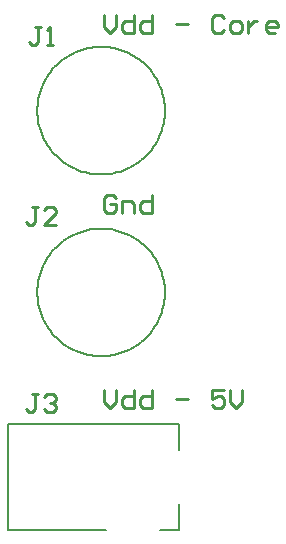
<source format=gto>
G04*
G04 #@! TF.GenerationSoftware,Altium Limited,Altium Designer,24.1.2 (44)*
G04*
G04 Layer_Color=65535*
%FSLAX25Y25*%
%MOIN*%
G70*
G04*
G04 #@! TF.SameCoordinates,70FD0B9D-AE47-40E7-AF1A-83360670B04A*
G04*
G04*
G04 #@! TF.FilePolarity,Positive*
G04*
G01*
G75*
%ADD10C,0.00787*%
%ADD11C,0.01000*%
D10*
X53760Y381936D02*
X53737Y382933D01*
X53666Y383927D01*
X53550Y384917D01*
X53387Y385900D01*
X53178Y386875D01*
X52924Y387839D01*
X52625Y388790D01*
X52281Y389725D01*
X51895Y390644D01*
X51465Y391544D01*
X50994Y392422D01*
X50482Y393277D01*
X49931Y394108D01*
X49341Y394911D01*
X48715Y395687D01*
X48052Y396431D01*
X47356Y397145D01*
X46627Y397824D01*
X45866Y398469D01*
X45077Y399077D01*
X44260Y399648D01*
X43416Y400179D01*
X42549Y400671D01*
X41660Y401122D01*
X40751Y401530D01*
X39823Y401895D01*
X38880Y402216D01*
X37922Y402493D01*
X36953Y402725D01*
X35973Y402911D01*
X34986Y403050D01*
X33994Y403144D01*
X32998Y403190D01*
X32002D01*
X31006Y403144D01*
X30013Y403050D01*
X29027Y402911D01*
X28047Y402725D01*
X27078Y402493D01*
X26120Y402216D01*
X25177Y401895D01*
X24249Y401530D01*
X23340Y401122D01*
X22451Y400671D01*
X21584Y400179D01*
X20741Y399648D01*
X19923Y399077D01*
X19134Y398469D01*
X18373Y397824D01*
X17644Y397145D01*
X16948Y396431D01*
X16285Y395687D01*
X15659Y394911D01*
X15069Y394108D01*
X14518Y393277D01*
X14006Y392422D01*
X13535Y391544D01*
X13105Y390644D01*
X12718Y389725D01*
X12375Y388790D01*
X12076Y387839D01*
X11822Y386875D01*
X11613Y385900D01*
X11450Y384917D01*
X11334Y383927D01*
X11264Y382933D01*
X11240Y381936D01*
X11264Y380940D01*
X11334Y379945D01*
X11450Y378956D01*
X11613Y377972D01*
X11822Y376997D01*
X12076Y376034D01*
X12375Y375083D01*
X12719Y374147D01*
X13105Y373229D01*
X13535Y372329D01*
X14006Y371451D01*
X14518Y370595D01*
X15069Y369765D01*
X15659Y368961D01*
X16285Y368186D01*
X16948Y367441D01*
X17644Y366728D01*
X18373Y366049D01*
X19134Y365404D01*
X19923Y364795D01*
X20741Y364225D01*
X21584Y363693D01*
X22451Y363201D01*
X23340Y362751D01*
X24249Y362343D01*
X25177Y361978D01*
X26120Y361656D01*
X27078Y361380D01*
X28047Y361148D01*
X29027Y360962D01*
X30014Y360822D01*
X31006Y360729D01*
X32002Y360682D01*
X32998D01*
X33994Y360729D01*
X34986Y360822D01*
X35973Y360962D01*
X36953Y361148D01*
X37922Y361380D01*
X38880Y361656D01*
X39823Y361978D01*
X40751Y362343D01*
X41660Y362751D01*
X42549Y363201D01*
X43416Y363693D01*
X44259Y364225D01*
X45077Y364795D01*
X45866Y365404D01*
X46626Y366049D01*
X47356Y366728D01*
X48052Y367441D01*
X48715Y368186D01*
X49341Y368961D01*
X49931Y369765D01*
X50482Y370595D01*
X50994Y371450D01*
X51465Y372329D01*
X51895Y373228D01*
X52281Y374147D01*
X52625Y375083D01*
X52924Y376034D01*
X53178Y376997D01*
X53387Y377972D01*
X53550Y378956D01*
X53666Y379945D01*
X53737Y380940D01*
X53760Y381936D01*
Y442500D02*
X53737Y443497D01*
X53666Y444491D01*
X53550Y445481D01*
X53387Y446464D01*
X53178Y447439D01*
X52924Y448403D01*
X52625Y449353D01*
X52281Y450289D01*
X51895Y451208D01*
X51465Y452107D01*
X50994Y452986D01*
X50482Y453841D01*
X49931Y454671D01*
X49341Y455475D01*
X48715Y456250D01*
X48052Y456995D01*
X47356Y457708D01*
X46627Y458388D01*
X45866Y459032D01*
X45077Y459641D01*
X44260Y460211D01*
X43416Y460743D01*
X42549Y461235D01*
X41660Y461685D01*
X40751Y462093D01*
X39823Y462459D01*
X38880Y462780D01*
X37922Y463057D01*
X36953Y463288D01*
X35973Y463474D01*
X34986Y463614D01*
X33994Y463707D01*
X32998Y463754D01*
X32002D01*
X31006Y463707D01*
X30013Y463614D01*
X29027Y463474D01*
X28047Y463288D01*
X27078Y463057D01*
X26120Y462780D01*
X25177Y462459D01*
X24249Y462093D01*
X23340Y461685D01*
X22451Y461235D01*
X21584Y460743D01*
X20741Y460211D01*
X19923Y459641D01*
X19134Y459032D01*
X18373Y458388D01*
X17644Y457708D01*
X16948Y456995D01*
X16285Y456250D01*
X15659Y455475D01*
X15069Y454671D01*
X14518Y453841D01*
X14006Y452986D01*
X13535Y452107D01*
X13105Y451208D01*
X12718Y450289D01*
X12375Y449353D01*
X12076Y448403D01*
X11822Y447439D01*
X11613Y446464D01*
X11450Y445481D01*
X11334Y444491D01*
X11264Y443497D01*
X11240Y442500D01*
X11264Y441503D01*
X11334Y440509D01*
X11450Y439519D01*
X11613Y438536D01*
X11822Y437561D01*
X12076Y436597D01*
X12375Y435647D01*
X12719Y434711D01*
X13105Y433792D01*
X13535Y432893D01*
X14006Y432014D01*
X14518Y431159D01*
X15069Y430329D01*
X15659Y429525D01*
X16285Y428750D01*
X16948Y428005D01*
X17644Y427292D01*
X18373Y426612D01*
X19134Y425968D01*
X19923Y425359D01*
X20741Y424789D01*
X21584Y424257D01*
X22451Y423765D01*
X23340Y423315D01*
X24249Y422906D01*
X25177Y422541D01*
X26120Y422220D01*
X27078Y421943D01*
X28047Y421712D01*
X29027Y421526D01*
X30014Y421386D01*
X31006Y421293D01*
X32002Y421246D01*
X32998D01*
X33994Y421293D01*
X34986Y421386D01*
X35973Y421526D01*
X36953Y421712D01*
X37922Y421943D01*
X38880Y422220D01*
X39823Y422541D01*
X40751Y422906D01*
X41660Y423315D01*
X42549Y423765D01*
X43416Y424257D01*
X44259Y424789D01*
X45077Y425359D01*
X45866Y425968D01*
X46626Y426612D01*
X47356Y427292D01*
X48052Y428005D01*
X48715Y428750D01*
X49341Y429525D01*
X49931Y430329D01*
X50482Y431159D01*
X50994Y432014D01*
X51465Y432893D01*
X51895Y433792D01*
X52281Y434711D01*
X52625Y435646D01*
X52924Y436597D01*
X53178Y437561D01*
X53387Y438536D01*
X53550Y439519D01*
X53666Y440509D01*
X53737Y441503D01*
X53760Y442500D01*
X1457Y338216D02*
X58543D01*
X1457Y302783D02*
Y338216D01*
X58543Y329555D02*
Y338216D01*
Y302783D02*
Y311445D01*
X1457Y302783D02*
X34134D01*
X52244D02*
X58543D01*
D11*
X33500Y349498D02*
Y345499D01*
X35499Y343500D01*
X37499Y345499D01*
Y349498D01*
X43497D02*
Y343500D01*
X40498D01*
X39498Y344500D01*
Y346499D01*
X40498Y347499D01*
X43497D01*
X49495Y349498D02*
Y343500D01*
X46496D01*
X45496Y344500D01*
Y346499D01*
X46496Y347499D01*
X49495D01*
X57492Y346499D02*
X61491D01*
X73487Y349498D02*
X69488D01*
Y346499D01*
X71488Y347499D01*
X72487D01*
X73487Y346499D01*
Y344500D01*
X72487Y343500D01*
X70488D01*
X69488Y344500D01*
X75486Y349498D02*
Y345499D01*
X77486Y343500D01*
X79485Y345499D01*
Y349498D01*
X11490Y347996D02*
X9491Y347989D01*
X10490Y347992D01*
X10508Y342994D01*
X9511Y341991D01*
X8512Y341987D01*
X7508Y342984D01*
X13493Y347003D02*
X14489Y348006D01*
X16488Y348013D01*
X17492Y347016D01*
X17495Y346017D01*
X16499Y345014D01*
X15499Y345010D01*
X16499Y345014D01*
X17502Y344017D01*
X17505Y343018D01*
X16509Y342015D01*
X14510Y342008D01*
X13507Y343004D01*
X37499Y413498D02*
X36499Y414498D01*
X34500D01*
X33500Y413498D01*
Y409500D01*
X34500Y408500D01*
X36499D01*
X37499Y409500D01*
Y411499D01*
X35499D01*
X39498Y408500D02*
Y412499D01*
X42497D01*
X43497Y411499D01*
Y408500D01*
X49495Y414498D02*
Y408500D01*
X46496D01*
X45496Y409500D01*
Y411499D01*
X46496Y412499D01*
X49495D01*
X33500Y474498D02*
Y470499D01*
X35499Y468500D01*
X37499Y470499D01*
Y474498D01*
X43497D02*
Y468500D01*
X40498D01*
X39498Y469500D01*
Y471499D01*
X40498Y472499D01*
X43497D01*
X49495Y474498D02*
Y468500D01*
X46496D01*
X45496Y469500D01*
Y471499D01*
X46496Y472499D01*
X49495D01*
X57492Y471499D02*
X61491D01*
X73487Y473498D02*
X72487Y474498D01*
X70488D01*
X69488Y473498D01*
Y469500D01*
X70488Y468500D01*
X72487D01*
X73487Y469500D01*
X76486Y468500D02*
X78486D01*
X79485Y469500D01*
Y471499D01*
X78486Y472499D01*
X76486D01*
X75486Y471499D01*
Y469500D01*
X76486Y468500D01*
X81485Y472499D02*
Y468500D01*
Y470499D01*
X82484Y471499D01*
X83484Y472499D01*
X84483D01*
X90482Y468500D02*
X88482D01*
X87483Y469500D01*
Y471499D01*
X88482Y472499D01*
X90482D01*
X91481Y471499D01*
Y470499D01*
X87483D01*
X11500Y410499D02*
X9501D01*
X10501D01*
Y405501D01*
X9501Y404501D01*
X8501D01*
X7502Y405501D01*
X17498Y404501D02*
X13500D01*
X17498Y408500D01*
Y409499D01*
X16499Y410499D01*
X14499D01*
X13500Y409499D01*
X12500Y470499D02*
X10501D01*
X11500D01*
Y465501D01*
X10501Y464501D01*
X9501D01*
X8501Y465501D01*
X14499Y464501D02*
X16499D01*
X15499D01*
Y470499D01*
X14499Y469499D01*
M02*

</source>
